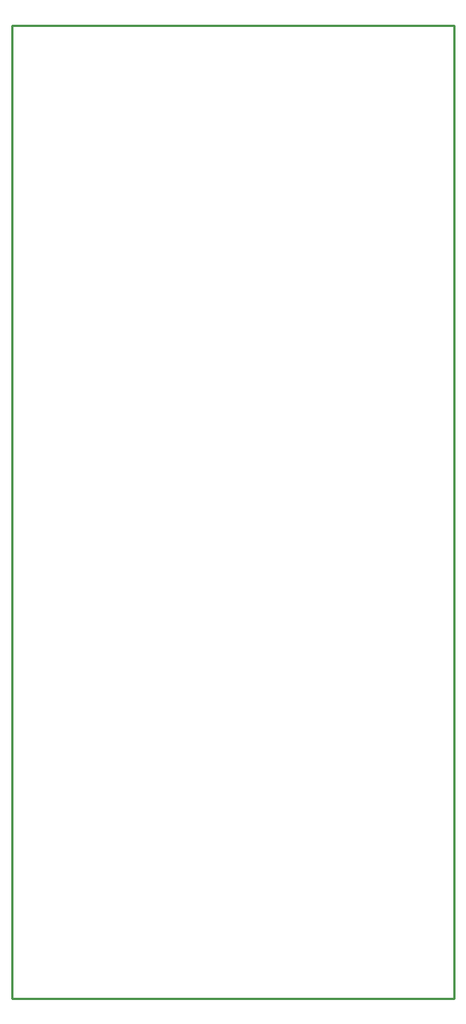
<source format=gm1>
G04*
G04 #@! TF.GenerationSoftware,Altium Limited,Altium Designer,23.1.1 (15)*
G04*
G04 Layer_Color=16711935*
%FSLAX44Y44*%
%MOMM*%
G71*
G04*
G04 #@! TF.SameCoordinates,4FD7E483-A0BE-4EFF-918D-63B1A9DD4886*
G04*
G04*
G04 #@! TF.FilePolarity,Positive*
G04*
G01*
G75*
%ADD17C,0.2540*%
D17*
Y1100000D01*
Y0D02*
X500000D01*
X0Y1100000D02*
X500000D01*
Y0D02*
Y1100000D01*
M02*

</source>
